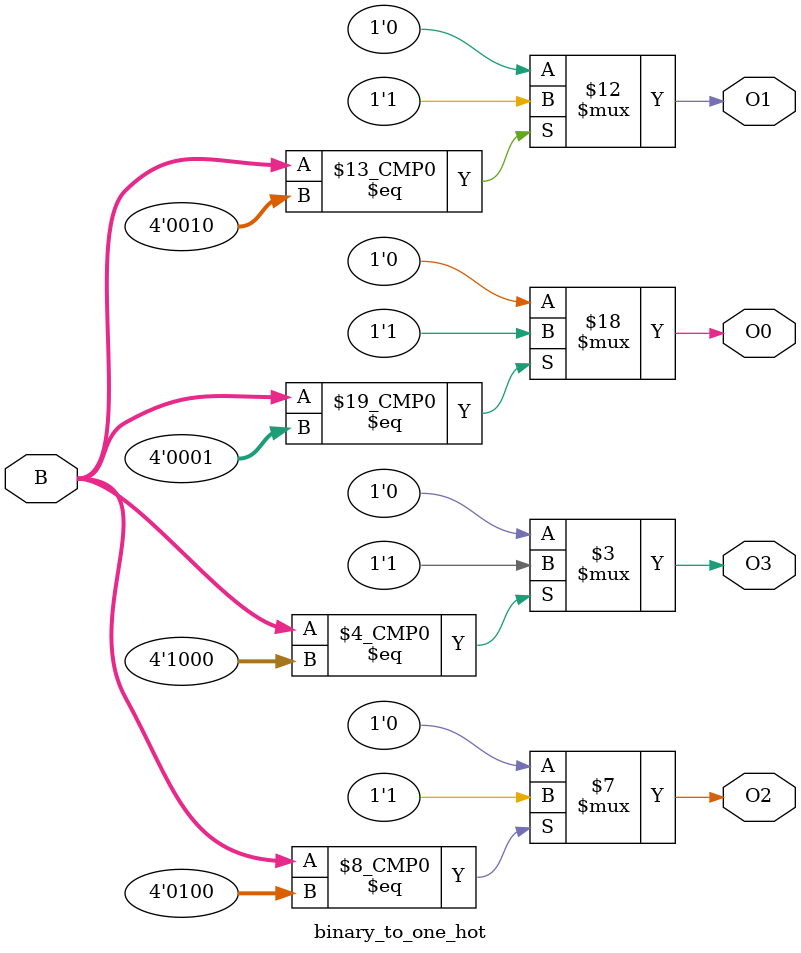
<source format=v>
module binary_to_one_hot (
    input [3:0] B,
    output reg O0,
    output reg O1,
    output reg O2,
    output reg O3
);

always @(*) begin
    case(B)
        4'b0001: begin O0 = 1; O1 = 0; O2 = 0; O3 = 0; end
        4'b0010: begin O0 = 0; O1 = 1; O2 = 0; O3 = 0; end
        4'b0100: begin O0 = 0; O1 = 0; O2 = 1; O3 = 0; end
        4'b1000: begin O0 = 0; O1 = 0; O2 = 0; O3 = 1; end
        default: begin O0 = 0; O1 = 0; O2 = 0; O3 = 0; end
    endcase
end

endmodule
</source>
